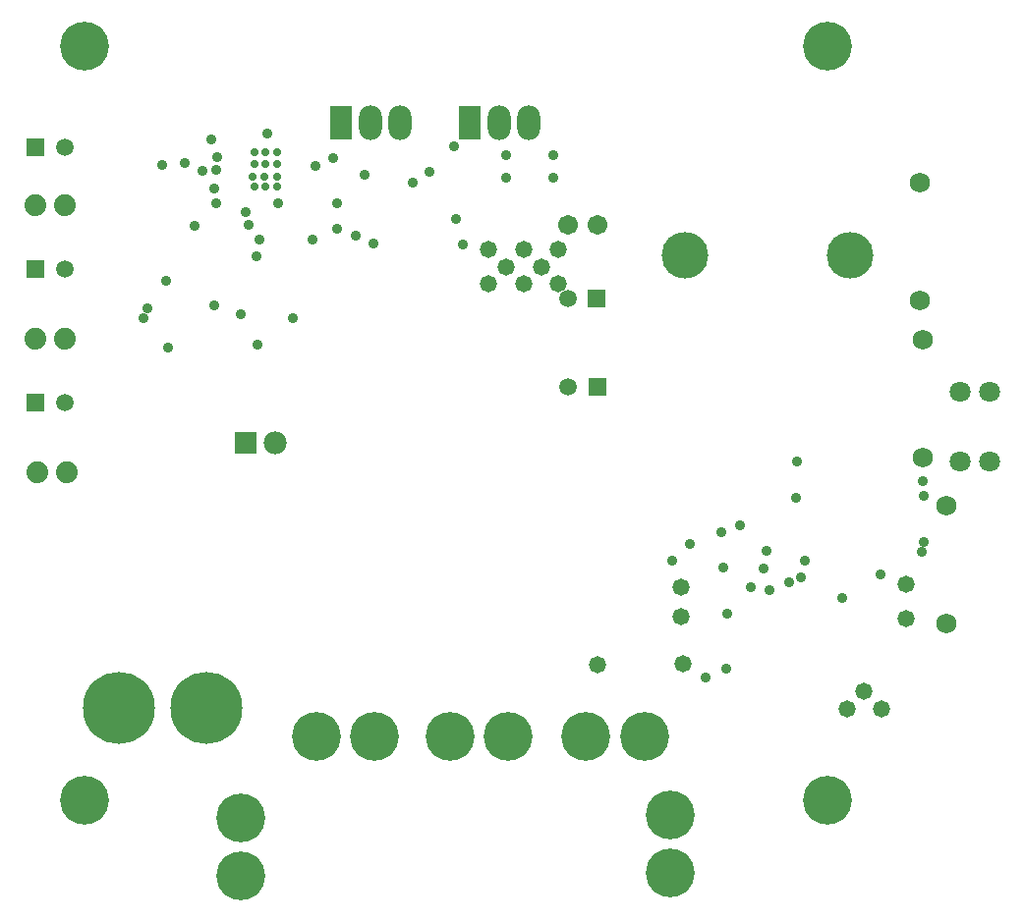
<source format=gbs>
G04 Layer_Color=8150272*
%FSAX24Y24*%
%MOIN*%
G70*
G01*
G75*
%ADD79O,0.0780X0.1180*%
%ADD80R,0.0780X0.1180*%
%ADD81C,0.0592*%
%ADD82R,0.0592X0.0592*%
%ADD83C,0.0671*%
%ADD84C,0.0710*%
%ADD85C,0.0680*%
%ADD86R,0.0780X0.0780*%
%ADD87C,0.0780*%
%ADD88C,0.0740*%
%ADD89C,0.2442*%
%ADD90C,0.1655*%
%ADD91C,0.1580*%
%ADD92C,0.0356*%
%ADD93C,0.0580*%
%ADD94C,0.0277*%
D79*
X027690Y049388D02*
D03*
X026690D02*
D03*
X023312Y049368D02*
D03*
X022312D02*
D03*
D80*
X025690Y049388D02*
D03*
X021312Y049368D02*
D03*
D81*
X011933Y048557D02*
D03*
Y044423D02*
D03*
Y039895D02*
D03*
X029026Y040407D02*
D03*
X029002Y043400D02*
D03*
D82*
X010949Y048557D02*
D03*
Y044423D02*
D03*
Y039895D02*
D03*
X030010Y040407D02*
D03*
X029986Y043400D02*
D03*
D83*
X030010Y045919D02*
D03*
X029026D02*
D03*
D84*
X043315Y040256D02*
D03*
X042315D02*
D03*
X043315Y037894D02*
D03*
X042315D02*
D03*
D85*
X041043Y042028D02*
D03*
Y038028D02*
D03*
X040945Y047343D02*
D03*
Y043343D02*
D03*
X041831Y032382D02*
D03*
Y036382D02*
D03*
D86*
X018077Y038508D02*
D03*
D87*
X019077D02*
D03*
D88*
X011016Y037500D02*
D03*
X012016D02*
D03*
X010941Y042061D02*
D03*
X011941D02*
D03*
X010941Y046588D02*
D03*
X011941D02*
D03*
D89*
X013780Y029528D02*
D03*
X016732D02*
D03*
D90*
X012598Y051968D02*
D03*
Y026378D02*
D03*
X037795D02*
D03*
Y051968D02*
D03*
X025000Y028543D02*
D03*
X026969D02*
D03*
X020472D02*
D03*
X022441D02*
D03*
X029626D02*
D03*
X031594D02*
D03*
X032480Y025886D02*
D03*
Y023917D02*
D03*
X017913Y025787D02*
D03*
Y023819D02*
D03*
D91*
X032983Y044882D02*
D03*
X038583D02*
D03*
D92*
X015256Y047933D02*
D03*
X015994Y048002D02*
D03*
X016621Y047752D02*
D03*
X016997Y047153D02*
D03*
X017062Y047793D02*
D03*
X028501Y048275D02*
D03*
X026926Y048285D02*
D03*
Y047498D02*
D03*
X028501D02*
D03*
X022113Y047626D02*
D03*
X017116Y048199D02*
D03*
X016926Y048807D02*
D03*
X018816Y049023D02*
D03*
X024296Y047723D02*
D03*
X021030Y048177D02*
D03*
X020440Y047921D02*
D03*
X036772Y037894D02*
D03*
X036500Y033768D02*
D03*
X035217Y033614D02*
D03*
X035853Y033511D02*
D03*
X041003Y034801D02*
D03*
X038315Y033249D02*
D03*
X037053Y034511D02*
D03*
X034413Y032711D02*
D03*
X014727Y043092D02*
D03*
X015459Y041730D02*
D03*
X016349Y045888D02*
D03*
X021818Y045537D02*
D03*
X018534Y045423D02*
D03*
X020337D02*
D03*
X021192Y046636D02*
D03*
Y045785D02*
D03*
X017072Y046642D02*
D03*
X018452Y044852D02*
D03*
X015361Y044029D02*
D03*
X017003Y043191D02*
D03*
X039623Y034051D02*
D03*
X033683Y030541D02*
D03*
X034393Y030851D02*
D03*
X018186Y045923D02*
D03*
X023756Y047343D02*
D03*
X025226Y046110D02*
D03*
X017916Y042893D02*
D03*
X014596Y042743D02*
D03*
X018476Y041833D02*
D03*
X041083Y035161D02*
D03*
X022426Y045293D02*
D03*
X019686Y042738D02*
D03*
X034843Y035728D02*
D03*
X025450Y045234D02*
D03*
X025150Y048570D02*
D03*
X034280Y034270D02*
D03*
X019180Y046630D02*
D03*
X018090Y046360D02*
D03*
X036730Y036630D02*
D03*
X041043Y037205D02*
D03*
X041083Y036713D02*
D03*
X036909Y033957D02*
D03*
X035630Y034252D02*
D03*
X035728Y034843D02*
D03*
X034213Y035472D02*
D03*
X033150Y035079D02*
D03*
X032559Y034528D02*
D03*
D93*
X026326Y045086D02*
D03*
X026916Y044496D02*
D03*
X027507Y045086D02*
D03*
X028688D02*
D03*
X026326Y043905D02*
D03*
X027507D02*
D03*
X028688D02*
D03*
X028097Y044496D02*
D03*
X038465Y029488D02*
D03*
X039055Y030079D02*
D03*
X039646Y029488D02*
D03*
X030000Y030984D02*
D03*
X032913Y031024D02*
D03*
X040472Y033701D02*
D03*
Y032559D02*
D03*
X032835Y033622D02*
D03*
Y032598D02*
D03*
D94*
X018307Y047539D02*
D03*
X018701D02*
D03*
X019150Y047203D02*
D03*
X019154Y047539D02*
D03*
X018363Y047203D02*
D03*
X018757D02*
D03*
Y047990D02*
D03*
X019150Y048384D02*
D03*
X018757D02*
D03*
X019150Y047990D02*
D03*
X018363D02*
D03*
Y048384D02*
D03*
M02*

</source>
